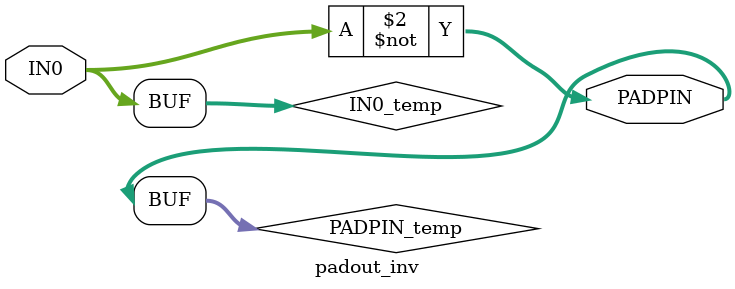
<source format=v>
module padout_inv(IN0,PADPIN);
  parameter M = 7;
  parameter N = 0;
  parameter SLIM_FLAG = 0;
  parameter OUTDRIVE = "4MA";
  parameter
        d_IN0 = 0,
        d_PADPIN = 1;
  input [M:N] IN0;
  output [M:N] PADPIN;
  wire [M:N] IN0_temp;
  reg [M:N] PADPIN_temp;
  assign #(d_IN0) IN0_temp = IN0;
  assign #(d_PADPIN) PADPIN = PADPIN_temp;
  always
    @(IN0_temp)
      PADPIN_temp = ( ~ IN0_temp);
endmodule

</source>
